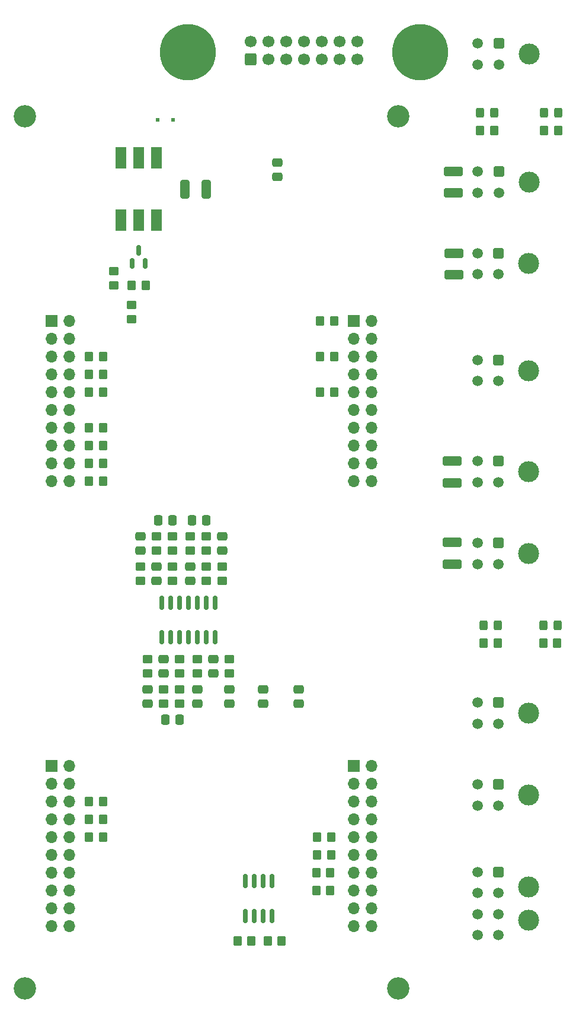
<source format=gbr>
%TF.GenerationSoftware,KiCad,Pcbnew,(6.0.1)*%
%TF.CreationDate,2022-08-22T16:21:28+03:00*%
%TF.ProjectId,Launch-Adapter,4c61756e-6368-42d4-9164-61707465722e,rev?*%
%TF.SameCoordinates,Original*%
%TF.FileFunction,Soldermask,Top*%
%TF.FilePolarity,Negative*%
%FSLAX46Y46*%
G04 Gerber Fmt 4.6, Leading zero omitted, Abs format (unit mm)*
G04 Created by KiCad (PCBNEW (6.0.1)) date 2022-08-22 16:21:28*
%MOMM*%
%LPD*%
G01*
G04 APERTURE LIST*
G04 Aperture macros list*
%AMRoundRect*
0 Rectangle with rounded corners*
0 $1 Rounding radius*
0 $2 $3 $4 $5 $6 $7 $8 $9 X,Y pos of 4 corners*
0 Add a 4 corners polygon primitive as box body*
4,1,4,$2,$3,$4,$5,$6,$7,$8,$9,$2,$3,0*
0 Add four circle primitives for the rounded corners*
1,1,$1+$1,$2,$3*
1,1,$1+$1,$4,$5*
1,1,$1+$1,$6,$7*
1,1,$1+$1,$8,$9*
0 Add four rect primitives between the rounded corners*
20,1,$1+$1,$2,$3,$4,$5,0*
20,1,$1+$1,$4,$5,$6,$7,0*
20,1,$1+$1,$6,$7,$8,$9,0*
20,1,$1+$1,$8,$9,$2,$3,0*%
G04 Aperture macros list end*
%ADD10RoundRect,0.250000X0.400000X1.075000X-0.400000X1.075000X-0.400000X-1.075000X0.400000X-1.075000X0*%
%ADD11RoundRect,0.250000X0.350000X0.450000X-0.350000X0.450000X-0.350000X-0.450000X0.350000X-0.450000X0*%
%ADD12RoundRect,0.250000X-0.350000X-0.450000X0.350000X-0.450000X0.350000X0.450000X-0.350000X0.450000X0*%
%ADD13RoundRect,0.250000X0.475000X-0.337500X0.475000X0.337500X-0.475000X0.337500X-0.475000X-0.337500X0*%
%ADD14RoundRect,0.250000X1.100000X-0.412500X1.100000X0.412500X-1.100000X0.412500X-1.100000X-0.412500X0*%
%ADD15RoundRect,0.250000X-0.475000X0.337500X-0.475000X-0.337500X0.475000X-0.337500X0.475000X0.337500X0*%
%ADD16C,3.000000*%
%ADD17RoundRect,0.250001X-0.499999X0.499999X-0.499999X-0.499999X0.499999X-0.499999X0.499999X0.499999X0*%
%ADD18C,1.500000*%
%ADD19RoundRect,0.250000X0.450000X-0.350000X0.450000X0.350000X-0.450000X0.350000X-0.450000X-0.350000X0*%
%ADD20RoundRect,0.250000X-0.450000X0.350000X-0.450000X-0.350000X0.450000X-0.350000X0.450000X0.350000X0*%
%ADD21RoundRect,0.250000X0.600000X-0.600000X0.600000X0.600000X-0.600000X0.600000X-0.600000X-0.600000X0*%
%ADD22C,1.700000*%
%ADD23C,8.000000*%
%ADD24RoundRect,0.250000X-0.325000X-0.450000X0.325000X-0.450000X0.325000X0.450000X-0.325000X0.450000X0*%
%ADD25C,3.200000*%
%ADD26RoundRect,0.150000X-0.150000X0.825000X-0.150000X-0.825000X0.150000X-0.825000X0.150000X0.825000X0*%
%ADD27RoundRect,0.250000X0.337500X0.475000X-0.337500X0.475000X-0.337500X-0.475000X0.337500X-0.475000X0*%
%ADD28R,1.700000X1.700000*%
%ADD29O,1.700000X1.700000*%
%ADD30RoundRect,0.150000X0.150000X-0.587500X0.150000X0.587500X-0.150000X0.587500X-0.150000X-0.587500X0*%
%ADD31R,1.600000X3.100000*%
%ADD32R,0.500000X0.500000*%
G04 APERTURE END LIST*
D10*
%TO.C,R41*%
X85116000Y-44958000D03*
X82016000Y-44958000D03*
%TD*%
D11*
%TO.C,R28*%
X70342000Y-71374000D03*
X68342000Y-71374000D03*
%TD*%
%TO.C,R31*%
X70342000Y-84074000D03*
X68342000Y-84074000D03*
%TD*%
D12*
%TO.C,R17*%
X133382000Y-36576000D03*
X135382000Y-36576000D03*
%TD*%
D13*
%TO.C,C23*%
X87376000Y-96541500D03*
X87376000Y-94466500D03*
%TD*%
D11*
%TO.C,R35*%
X70342000Y-137414000D03*
X68342000Y-137414000D03*
%TD*%
D14*
%TO.C,C5*%
X120490000Y-57188500D03*
X120490000Y-54063500D03*
%TD*%
D11*
%TO.C,R29*%
X70342000Y-73914000D03*
X68342000Y-73914000D03*
%TD*%
D13*
%TO.C,C1*%
X93218000Y-118385500D03*
X93218000Y-116310500D03*
%TD*%
D12*
%TO.C,R20*%
X133243500Y-109728000D03*
X135243500Y-109728000D03*
%TD*%
D15*
%TO.C,C11*%
X95250000Y-41126500D03*
X95250000Y-43201500D03*
%TD*%
D16*
%TO.C,J13*%
X131198500Y-25654000D03*
D17*
X126878500Y-24154000D03*
D18*
X126878500Y-27154000D03*
X123878500Y-24154000D03*
X123878500Y-27154000D03*
%TD*%
D11*
%TO.C,R38*%
X103362000Y-73914000D03*
X101362000Y-73914000D03*
%TD*%
D19*
%TO.C,R8*%
X85068500Y-96520000D03*
X85068500Y-94520000D03*
%TD*%
D20*
%TO.C,R15*%
X87376000Y-98822000D03*
X87376000Y-100822000D03*
%TD*%
D21*
%TO.C,J5*%
X91440000Y-26416000D03*
D22*
X91440000Y-23876000D03*
X93980000Y-26416000D03*
X93980000Y-23876000D03*
X96520000Y-26416000D03*
X96520000Y-23876000D03*
X99060000Y-26416000D03*
X99060000Y-23876000D03*
X101600000Y-26416000D03*
X101600000Y-23876000D03*
X104140000Y-26416000D03*
X104140000Y-23876000D03*
X106680000Y-26416000D03*
X106680000Y-23876000D03*
D23*
X115620000Y-25396000D03*
X82500000Y-25396000D03*
%TD*%
D16*
%TO.C,J9*%
X131160000Y-55584000D03*
D17*
X126840000Y-54084000D03*
D18*
X126840000Y-57084000D03*
X123840000Y-54084000D03*
X123840000Y-57084000D03*
%TD*%
D13*
%TO.C,C19*%
X82782500Y-100859500D03*
X82782500Y-98784500D03*
%TD*%
D20*
%TO.C,R11*%
X81280000Y-112030000D03*
X81280000Y-114030000D03*
%TD*%
D15*
%TO.C,C18*%
X78994000Y-111992500D03*
X78994000Y-114067500D03*
%TD*%
D19*
%TO.C,R16*%
X74422000Y-63484000D03*
X74422000Y-61484000D03*
%TD*%
D11*
%TO.C,R27*%
X70342000Y-68834000D03*
X68342000Y-68834000D03*
%TD*%
%TO.C,R34*%
X70342000Y-134874000D03*
X68342000Y-134874000D03*
%TD*%
D16*
%TO.C,J10*%
X131160000Y-96946000D03*
D17*
X126840000Y-95446000D03*
D18*
X126840000Y-98446000D03*
X123840000Y-95446000D03*
X123840000Y-98446000D03*
%TD*%
D20*
%TO.C,R6*%
X81280000Y-116348000D03*
X81280000Y-118348000D03*
%TD*%
D19*
%TO.C,R10*%
X80264000Y-100822000D03*
X80264000Y-98822000D03*
%TD*%
%TO.C,R51*%
X88392000Y-114030000D03*
X88392000Y-112030000D03*
%TD*%
D14*
%TO.C,C2*%
X120396000Y-45504500D03*
X120396000Y-42379500D03*
%TD*%
D12*
%TO.C,R1*%
X93869000Y-152273000D03*
X95869000Y-152273000D03*
%TD*%
%TO.C,R19*%
X124238000Y-36576000D03*
X126238000Y-36576000D03*
%TD*%
D24*
%TO.C,D4*%
X133357000Y-34036000D03*
X135407000Y-34036000D03*
%TD*%
%TO.C,D7*%
X133218500Y-107188000D03*
X135268500Y-107188000D03*
%TD*%
D13*
%TO.C,C7*%
X98298000Y-118385500D03*
X98298000Y-116310500D03*
%TD*%
D12*
%TO.C,R45*%
X100797000Y-145034000D03*
X102797000Y-145034000D03*
%TD*%
D25*
%TO.C,H1*%
X59182000Y-34544000D03*
%TD*%
D11*
%TO.C,R33*%
X70342000Y-132334000D03*
X68342000Y-132334000D03*
%TD*%
%TO.C,R32*%
X70342000Y-86614000D03*
X68342000Y-86614000D03*
%TD*%
D25*
%TO.C,H2*%
X112522000Y-34544000D03*
%TD*%
D19*
%TO.C,R14*%
X76708000Y-114030000D03*
X76708000Y-112030000D03*
%TD*%
D13*
%TO.C,C21*%
X75692000Y-96541500D03*
X75692000Y-94466500D03*
%TD*%
D15*
%TO.C,C10*%
X88392000Y-116310500D03*
X88392000Y-118385500D03*
%TD*%
D26*
%TO.C,U5*%
X86360000Y-103951000D03*
X85090000Y-103951000D03*
X83820000Y-103951000D03*
X82550000Y-103951000D03*
X81280000Y-103951000D03*
X80010000Y-103951000D03*
X78740000Y-103951000D03*
X78740000Y-108901000D03*
X80010000Y-108901000D03*
X81280000Y-108901000D03*
X82550000Y-108901000D03*
X83820000Y-108901000D03*
X85090000Y-108901000D03*
X86360000Y-108901000D03*
%TD*%
D12*
%TO.C,R44*%
X100916000Y-137414000D03*
X102916000Y-137414000D03*
%TD*%
D16*
%TO.C,J8*%
X131198500Y-43936000D03*
D17*
X126878500Y-42436000D03*
D18*
X126878500Y-45436000D03*
X123878500Y-42436000D03*
X123878500Y-45436000D03*
%TD*%
D20*
%TO.C,R5*%
X77978000Y-94488000D03*
X77978000Y-96488000D03*
%TD*%
D16*
%TO.C,J6*%
X131160000Y-119714000D03*
D17*
X126840000Y-118214000D03*
D18*
X126840000Y-121214000D03*
X123840000Y-118214000D03*
X123840000Y-121214000D03*
%TD*%
D16*
%TO.C,J14*%
X131160000Y-70842000D03*
D17*
X126840000Y-69342000D03*
D18*
X126840000Y-72342000D03*
X123840000Y-69342000D03*
X123840000Y-72342000D03*
%TD*%
D12*
%TO.C,R39*%
X74438000Y-58674000D03*
X76438000Y-58674000D03*
%TD*%
D14*
%TO.C,C6*%
X120236000Y-98496500D03*
X120236000Y-95371500D03*
%TD*%
%TO.C,C3*%
X120236000Y-86851000D03*
X120236000Y-83726000D03*
%TD*%
D27*
%TO.C,C15*%
X81301500Y-120650000D03*
X79226500Y-120650000D03*
%TD*%
D28*
%TO.C,J2*%
X62992000Y-127254000D03*
D29*
X65532000Y-127254000D03*
X62992000Y-129794000D03*
X65532000Y-129794000D03*
X62992000Y-132334000D03*
X65532000Y-132334000D03*
X62992000Y-134874000D03*
X65532000Y-134874000D03*
X62992000Y-137414000D03*
X65532000Y-137414000D03*
X62992000Y-139954000D03*
X65532000Y-139954000D03*
X62992000Y-142494000D03*
X65532000Y-142494000D03*
X62992000Y-145034000D03*
X65532000Y-145034000D03*
X62992000Y-147574000D03*
X65532000Y-147574000D03*
X62992000Y-150114000D03*
X65532000Y-150114000D03*
%TD*%
D19*
%TO.C,R4*%
X80264000Y-96488000D03*
X80264000Y-94488000D03*
%TD*%
D20*
%TO.C,R9*%
X82782500Y-94504000D03*
X82782500Y-96504000D03*
%TD*%
D24*
%TO.C,D6*%
X124213000Y-34036000D03*
X126263000Y-34036000D03*
%TD*%
%TO.C,D5*%
X124705000Y-107188000D03*
X126755000Y-107188000D03*
%TD*%
D30*
%TO.C,Q1*%
X74488000Y-55547500D03*
X76388000Y-55547500D03*
X75438000Y-53672500D03*
%TD*%
D11*
%TO.C,R36*%
X103362000Y-63754000D03*
X101362000Y-63754000D03*
%TD*%
D15*
%TO.C,C9*%
X86106000Y-111992500D03*
X86106000Y-114067500D03*
%TD*%
D25*
%TO.C,H4*%
X59182000Y-159004000D03*
%TD*%
D31*
%TO.C,D1*%
X72898000Y-49403000D03*
X75438000Y-49403000D03*
X77978000Y-49403000D03*
X77978000Y-40513000D03*
X75438000Y-40513000D03*
X72898000Y-40513000D03*
%TD*%
D16*
%TO.C,J12*%
X131160000Y-131398000D03*
D17*
X126840000Y-129898000D03*
D18*
X126840000Y-132898000D03*
X123840000Y-129898000D03*
X123840000Y-132898000D03*
%TD*%
D11*
%TO.C,R30*%
X70342000Y-81534000D03*
X68342000Y-81534000D03*
%TD*%
D15*
%TO.C,C22*%
X76708000Y-116310500D03*
X76708000Y-118385500D03*
%TD*%
D16*
%TO.C,J11*%
X131160000Y-149252000D03*
X131160000Y-144552000D03*
D17*
X126840000Y-142392000D03*
D18*
X126840000Y-145392000D03*
X126840000Y-148392000D03*
X126840000Y-151392000D03*
X123840000Y-142392000D03*
X123840000Y-145392000D03*
X123840000Y-148392000D03*
X123840000Y-151392000D03*
%TD*%
D13*
%TO.C,C17*%
X77978000Y-100859500D03*
X77978000Y-98784500D03*
%TD*%
D12*
%TO.C,R2*%
X89551000Y-152273000D03*
X91551000Y-152273000D03*
%TD*%
D19*
%TO.C,R7*%
X78994000Y-118348000D03*
X78994000Y-116348000D03*
%TD*%
D20*
%TO.C,R40*%
X71882000Y-56658000D03*
X71882000Y-58658000D03*
%TD*%
D28*
%TO.C,J4*%
X106172000Y-127254000D03*
D29*
X108712000Y-127254000D03*
X106172000Y-129794000D03*
X108712000Y-129794000D03*
X106172000Y-132334000D03*
X108712000Y-132334000D03*
X106172000Y-134874000D03*
X108712000Y-134874000D03*
X106172000Y-137414000D03*
X108712000Y-137414000D03*
X106172000Y-139954000D03*
X108712000Y-139954000D03*
X106172000Y-142494000D03*
X108712000Y-142494000D03*
X106172000Y-145034000D03*
X108712000Y-145034000D03*
X106172000Y-147574000D03*
X108712000Y-147574000D03*
X106172000Y-150114000D03*
X108712000Y-150114000D03*
%TD*%
D28*
%TO.C,J3*%
X106172000Y-63754000D03*
D29*
X108712000Y-63754000D03*
X106172000Y-66294000D03*
X108712000Y-66294000D03*
X106172000Y-68834000D03*
X108712000Y-68834000D03*
X106172000Y-71374000D03*
X108712000Y-71374000D03*
X106172000Y-73914000D03*
X108712000Y-73914000D03*
X106172000Y-76454000D03*
X108712000Y-76454000D03*
X106172000Y-78994000D03*
X108712000Y-78994000D03*
X106172000Y-81534000D03*
X108712000Y-81534000D03*
X106172000Y-84074000D03*
X108712000Y-84074000D03*
X106172000Y-86614000D03*
X108712000Y-86614000D03*
%TD*%
D27*
%TO.C,C14*%
X80285500Y-92202000D03*
X78210500Y-92202000D03*
%TD*%
D11*
%TO.C,R21*%
X70342000Y-78994000D03*
X68342000Y-78994000D03*
%TD*%
D25*
%TO.C,H3*%
X112522000Y-159004000D03*
%TD*%
D16*
%TO.C,J7*%
X131160000Y-85264500D03*
D17*
X126840000Y-83764500D03*
D18*
X126840000Y-86764500D03*
X123840000Y-83764500D03*
X123840000Y-86764500D03*
%TD*%
D32*
%TO.C,D2*%
X78148000Y-35052000D03*
X80348000Y-35052000D03*
%TD*%
D15*
%TO.C,C8*%
X83820000Y-116310500D03*
X83820000Y-118385500D03*
%TD*%
D27*
%TO.C,C16*%
X85090000Y-92202000D03*
X83015000Y-92202000D03*
%TD*%
D11*
%TO.C,R37*%
X103362000Y-68834000D03*
X101362000Y-68834000D03*
%TD*%
D12*
%TO.C,R46*%
X100797000Y-142494000D03*
X102797000Y-142494000D03*
%TD*%
D26*
%TO.C,U4*%
X94488000Y-143702000D03*
X93218000Y-143702000D03*
X91948000Y-143702000D03*
X90678000Y-143702000D03*
X90678000Y-148652000D03*
X91948000Y-148652000D03*
X93218000Y-148652000D03*
X94488000Y-148652000D03*
%TD*%
D20*
%TO.C,R50*%
X83820000Y-112030000D03*
X83820000Y-114030000D03*
%TD*%
D12*
%TO.C,R43*%
X100916000Y-139954000D03*
X102916000Y-139954000D03*
%TD*%
D28*
%TO.C,J1*%
X62992000Y-63754000D03*
D29*
X65532000Y-63754000D03*
X62992000Y-66294000D03*
X65532000Y-66294000D03*
X62992000Y-68834000D03*
X65532000Y-68834000D03*
X62992000Y-71374000D03*
X65532000Y-71374000D03*
X62992000Y-73914000D03*
X65532000Y-73914000D03*
X62992000Y-76454000D03*
X65532000Y-76454000D03*
X62992000Y-78994000D03*
X65532000Y-78994000D03*
X62992000Y-81534000D03*
X65532000Y-81534000D03*
X62992000Y-84074000D03*
X65532000Y-84074000D03*
X62992000Y-86614000D03*
X65532000Y-86614000D03*
%TD*%
D12*
%TO.C,R18*%
X124730000Y-109728000D03*
X126730000Y-109728000D03*
%TD*%
D19*
%TO.C,R12*%
X85068500Y-100822000D03*
X85068500Y-98822000D03*
%TD*%
D20*
%TO.C,R13*%
X75692000Y-98822000D03*
X75692000Y-100822000D03*
%TD*%
M02*

</source>
